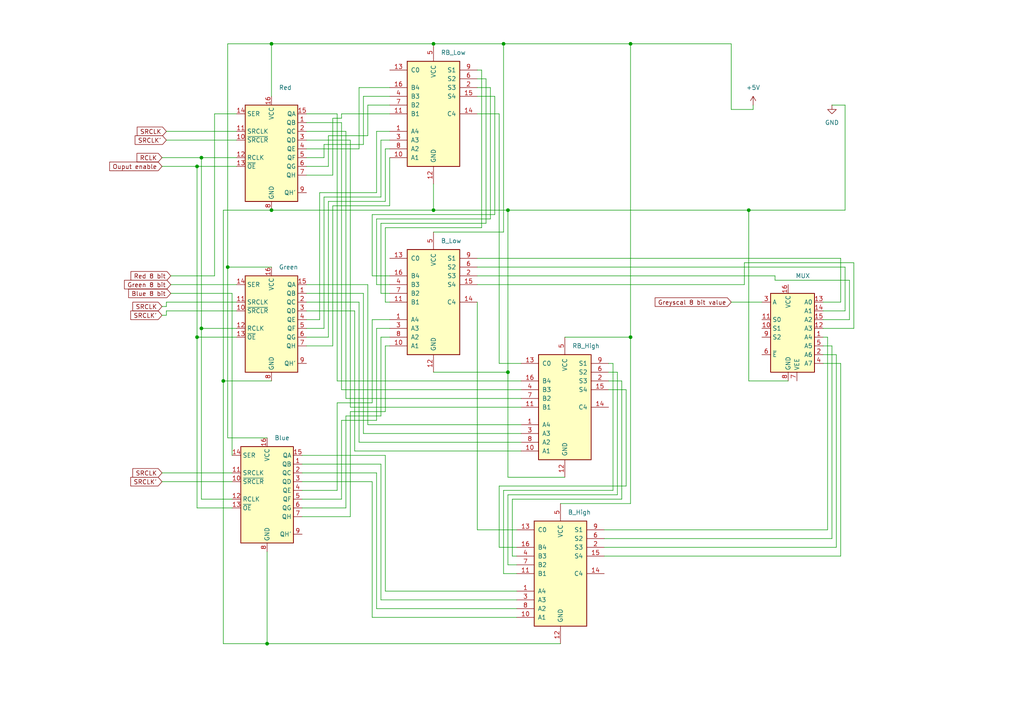
<source format=kicad_sch>
(kicad_sch (version 20250114) (generator "eeschema") (generator_version "9.0")
  (paper "A4")
  (lib_symbols
    (symbol "74xx:74HC4051"
      (property "Reference" "U" (at -5.08 11.43 0))
      (property "Value" "74HC4051" (at -7.62 -13.97 0))
      (symbol "74HC4051_0_1"
        (rectangle (start -5.08 10.16) (end 7.62 -12.7) (stroke (width 0.254)) (fill (type background)))
      )
      (symbol "74HC4051_1_1"
        (pin passive line (at -7.62 7.62 0) (length 2.54) (name "A") (number "3"))
        (pin input line (at -7.62 2.54 0) (length 2.54) (name "S0") (number "11"))
        (pin input line (at -7.62 0 0) (length 2.54) (name "S1") (number "10"))
        (pin input line (at -7.62 -2.54 0) (length 2.54) (name "S2") (number "9"))
        (pin input line (at -7.62 -7.62 0) (length 2.54) (name "~{E}") (number "6"))
        (pin power_in line (at 0 12.7 270) (length 2.54) (name "VCC") (number "16"))
        (pin power_in line (at 0 -15.24 90) (length 2.54) (name "GND") (number "8"))
        (pin power_in line (at 2.54 -15.24 90) (length 2.54) (name "VEE") (number "7"))
        (pin passive line (at 10.16 7.62 180) (length 2.54) (name "A0") (number "13"))
        (pin passive line (at 10.16 5.08 180) (length 2.54) (name "A1") (number "14"))
        (pin passive line (at 10.16 2.54 180) (length 2.54) (name "A2") (number "15"))
        (pin passive line (at 10.16 0 180) (length 2.54) (name "A3") (number "12"))
        (pin passive line (at 10.16 -2.54 180) (length 2.54) (name "A4") (number "1"))
        (pin passive line (at 10.16 -5.08 180) (length 2.54) (name "A5") (number "5"))
        (pin passive line (at 10.16 -7.62 180) (length 2.54) (name "A6") (number "2"))
        (pin passive line (at 10.16 -10.16 180) (length 2.54) (name "A7") (number "4"))
      )
    )
    (symbol "74xx:74HC595"
      (property "Reference" "U" (at -7.62 13.97 0))
      (property "Value" "74HC595" (at -7.62 -16.51 0))
      (symbol "74HC595_1_0"
        (pin input line (at -10.16 10.16 0) (length 2.54) (name "SER") (number "14"))
        (pin input line (at -10.16 5.08 0) (length 2.54) (name "SRCLK") (number "11"))
        (pin input line (at -10.16 2.54 0) (length 2.54) (name "~{SRCLR}") (number "10"))
        (pin input line (at -10.16 -2.54 0) (length 2.54) (name "RCLK") (number "12"))
        (pin input line (at -10.16 -5.08 0) (length 2.54) (name "~{OE}") (number "13"))
        (pin power_in line (at 0 15.24 270) (length 2.54) (name "VCC") (number "16"))
        (pin power_in line (at 0 -17.78 90) (length 2.54) (name "GND") (number "8"))
        (pin tri_state line (at 10.16 10.16 180) (length 2.54) (name "QA") (number "15"))
        (pin tri_state line (at 10.16 7.62 180) (length 2.54) (name "QB") (number "1"))
        (pin tri_state line (at 10.16 5.08 180) (length 2.54) (name "QC") (number "2"))
        (pin tri_state line (at 10.16 2.54 180) (length 2.54) (name "QD") (number "3"))
        (pin tri_state line (at 10.16 0 180) (length 2.54) (name "QE") (number "4"))
        (pin tri_state line (at 10.16 -2.54 180) (length 2.54) (name "QF") (number "5"))
        (pin tri_state line (at 10.16 -5.08 180) (length 2.54) (name "QG") (number "6"))
        (pin tri_state line (at 10.16 -7.62 180) (length 2.54) (name "QH") (number "7"))
        (pin output line (at 10.16 -12.7 180) (length 2.54) (name "QH'") (number "9"))
      )
      (symbol "74HC595_1_1"
        (rectangle (start -7.62 12.7) (end 7.62 -15.24) (stroke (width 0.254)) (fill (type background)))
      )
    )
    (symbol "74xx:74LS83" (pin_names (offset 1.016))
      (property "Reference" "U" (at -7.62 16.51 0))
      (property "Value" "74LS83" (at -7.62 -16.51 0))
      (symbol "74LS83_1_0"
        (pin input line (at -12.7 12.7 0) (length 5.08) (name "C0") (number "13"))
        (pin input line (at -12.7 7.62 0) (length 5.08) (name "B4") (number "16"))
        (pin input line (at -12.7 5.08 0) (length 5.08) (name "B3") (number "4"))
        (pin input line (at -12.7 2.54 0) (length 5.08) (name "B2") (number "7"))
        (pin input line (at -12.7 0 0) (length 5.08) (name "B1") (number "11"))
        (pin input line (at -12.7 -5.08 0) (length 5.08) (name "A4") (number "1"))
        (pin input line (at -12.7 -7.62 0) (length 5.08) (name "A3") (number "3"))
        (pin input line (at -12.7 -10.16 0) (length 5.08) (name "A2") (number "8"))
        (pin input line (at -12.7 -12.7 0) (length 5.08) (name "A1") (number "10"))
        (pin power_in line (at 0 20.32 270) (length 5.08) (name "VCC") (number "5"))
        (pin power_in line (at 0 -20.32 90) (length 5.08) (name "GND") (number "12"))
        (pin output line (at 12.7 12.7 180) (length 5.08) (name "S1") (number "9"))
        (pin output line (at 12.7 10.16 180) (length 5.08) (name "S2") (number "6"))
        (pin output line (at 12.7 7.62 180) (length 5.08) (name "S3") (number "2"))
        (pin output line (at 12.7 5.08 180) (length 5.08) (name "S4") (number "15"))
        (pin output line (at 12.7 0 180) (length 5.08) (name "C4") (number "14"))
      )
      (symbol "74LS83_1_1"
        (rectangle (start -7.62 15.24) (end 7.62 -15.24) (stroke (width 0.254)) (fill (type background)))
      )
    )
    (symbol "power:+5V" (power) (pin_numbers (hide yes)) (pin_names (offset 0) (hide yes))
      (property "Value" "+5V" (at 0 3.556 0))
      (symbol "+5V_0_1"
        (polyline (pts (xy -0.762 1.27) (xy 0 2.54)))
        (polyline (pts (xy 0 2.54) (xy 0.762 1.27)))
        (polyline (pts (xy 0 0) (xy 0 2.54)))
      )
      (symbol "+5V_1_1"
        (pin power_in line (at 0 0 90) (length 0) (name "~") (number "1"))
      )
    )
    (symbol "power:GND" (power) (pin_numbers (hide yes)) (pin_names (offset 0) (hide yes))
      (property "Value" "GND" (at 0 -3.81 0))
      (symbol "GND_0_1"
        (polyline (pts (xy 0 0) (xy 0 -1.27) (xy 1.27 -1.27) (xy 0 -2.54) (xy -1.27 -1.27) (xy 0 -1.27)))
      )
      (symbol "GND_1_1"
        (pin power_in line (at 0 0 270) (length 0) (name "~") (number "1"))
      )
    )
  )
  (junction (at 125.73 60.96))
  (junction (at 78.74 60.96))
  (junction (at 77.47 186.69))
  (junction (at 125.73 12.7))
  (junction (at 147.32 107.95))
  (junction (at 182.88 12.7))
  (junction (at 66.04 77.47))
  (junction (at 58.42 95.25))
  (junction (at 64.77 110.49))
  (junction (at 58.42 45.72))
  (junction (at 57.15 48.26))
  (junction (at 57.15 97.79))
  (junction (at 78.74 12.7))
  (junction (at 147.32 60.96))
  (junction (at 146.05 12.7))
  (junction (at 217.17 60.96))
  (junction (at 182.88 97.79))
  (wire (pts (xy 111.76 119.38) (xy 111.76 100.33)))
  (wire (pts (xy 138.43 27.94) (xy 143.51 27.94)))
  (wire (pts (xy 240.03 97.79) (xy 238.76 97.79)))
  (wire (pts (xy 147.32 163.83) (xy 149.86 163.83)))
  (wire (pts (xy 67.31 147.32) (xy 57.15 147.32)))
  (wire (pts (xy 243.84 74.93) (xy 243.84 87.63)))
  (wire (pts (xy 87.63 134.62) (xy 110.49 134.62)))
  (wire (pts (xy 100.33 38.1) (xy 100.33 115.57)))
  (wire (pts (xy 99.06 33.02) (xy 113.03 33.02)))
  (wire (pts (xy 109.22 63.5) (xy 142.24 63.5)))
  (wire (pts (xy 100.33 115.57) (xy 151.13 115.57)))
  (wire (pts (xy 162.56 146.05) (xy 182.88 146.05)))
  (wire (pts (xy 146.05 12.7) (xy 146.05 67.31)))
  (wire (pts (xy 125.73 60.96) (xy 147.32 60.96)))
  (wire (pts (xy 48.26 90.17) (xy 48.26 91.44)))
  (wire (pts (xy 245.11 60.96) (xy 245.11 30.48)))
  (wire (pts (xy 125.73 67.31) (xy 146.05 67.31)))
  (wire (pts (xy 212.09 31.75) (xy 218.44 31.75)))
  (wire (pts (xy 48.26 87.63) (xy 68.58 87.63)))
  (wire (pts (xy 99.06 35.56) (xy 99.06 113.03)))
  (wire (pts (xy 99.06 113.03) (xy 151.13 113.03)))
  (wire (pts (xy 48.26 90.17) (xy 68.58 90.17)))
  (wire (pts (xy 138.43 25.4) (xy 142.24 25.4)))
  (wire (pts (xy 105.41 125.73) (xy 151.13 125.73)))
  (wire (pts (xy 87.63 137.16) (xy 109.22 137.16)))
  (wire (pts (xy 247.65 76.2) (xy 247.65 95.25)))
  (wire (pts (xy 113.03 87.63) (xy 111.76 87.63)))
  (wire (pts (xy 113.03 45.72) (xy 113.03 59.69)))
  (wire (pts (xy 97.79 110.49) (xy 151.13 110.49)))
  (wire (pts (xy 77.47 186.69) (xy 77.47 160.02)))
  (wire (pts (xy 48.26 91.44) (xy 46.99 91.44)))
  (wire (pts (xy 111.76 43.18) (xy 113.03 43.18)))
  (wire (pts (xy 62.23 33.02) (xy 62.23 80.01)))
  (wire (pts (xy 107.95 139.7) (xy 107.95 179.07)))
  (wire (pts (xy 88.9 50.8) (xy 96.52 50.8)))
  (wire (pts (xy 62.23 33.02) (xy 68.58 33.02)))
  (wire (pts (xy 218.44 31.75) (xy 218.44 30.48)))
  (wire (pts (xy 92.71 55.88) (xy 109.22 55.88)))
  (wire (pts (xy 163.83 97.79) (xy 182.88 97.79)))
  (wire (pts (xy 180.34 110.49) (xy 176.53 110.49)))
  (wire (pts (xy 242.57 102.87) (xy 238.76 102.87)))
  (wire (pts (xy 88.9 87.63) (xy 104.14 87.63)))
  (wire (pts (xy 87.63 142.24) (xy 97.79 142.24)))
  (wire (pts (xy 48.26 87.63) (xy 48.26 88.9)))
  (wire (pts (xy 88.9 95.25) (xy 93.98 95.25)))
  (wire (pts (xy 97.79 116.84) (xy 97.79 142.24)))
  (wire (pts (xy 99.06 121.92) (xy 109.22 121.92)))
  (wire (pts (xy 96.52 50.8) (xy 96.52 34.29)))
  (wire (pts (xy 242.57 158.75) (xy 242.57 102.87)))
  (wire (pts (xy 109.22 95.25) (xy 113.03 95.25)))
  (wire (pts (xy 148.59 144.78) (xy 180.34 144.78)))
  (wire (pts (xy 109.22 137.16) (xy 109.22 176.53)))
  (wire (pts (xy 140.97 64.77) (xy 140.97 22.86)))
  (wire (pts (xy 138.43 33.02) (xy 144.78 33.02)))
  (wire (pts (xy 95.25 39.37) (xy 95.25 48.26)))
  (wire (pts (xy 105.41 27.94) (xy 113.03 27.94)))
  (wire (pts (xy 179.07 107.95) (xy 179.07 143.51)))
  (wire (pts (xy 228.6 110.49) (xy 217.17 110.49)))
  (wire (pts (xy 182.88 12.7) (xy 212.09 12.7)))
  (wire (pts (xy 78.74 12.7) (xy 125.73 12.7)))
  (wire (pts (xy 88.9 45.72) (xy 93.98 45.72)))
  (wire (pts (xy 142.24 63.5) (xy 142.24 25.4)))
  (wire (pts (xy 46.99 45.72) (xy 58.42 45.72)))
  (wire (pts (xy 107.95 62.23) (xy 107.95 80.01)))
  (wire (pts (xy 109.22 55.88) (xy 109.22 38.1)))
  (wire (pts (xy 149.86 171.45) (xy 111.76 171.45)))
  (wire (pts (xy 146.05 12.7) (xy 182.88 12.7)))
  (wire (pts (xy 182.88 97.79) (xy 182.88 146.05)))
  (wire (pts (xy 92.71 92.71) (xy 92.71 55.88)))
  (wire (pts (xy 110.49 64.77) (xy 140.97 64.77)))
  (wire (pts (xy 149.86 176.53) (xy 109.22 176.53)))
  (wire (pts (xy 78.74 60.96) (xy 125.73 60.96)))
  (wire (pts (xy 88.9 82.55) (xy 106.68 82.55)))
  (wire (pts (xy 107.95 80.01) (xy 113.03 80.01)))
  (wire (pts (xy 138.43 77.47) (xy 245.11 77.47)))
  (wire (pts (xy 104.14 25.4) (xy 113.03 25.4)))
  (wire (pts (xy 143.51 62.23) (xy 107.95 62.23)))
  (wire (pts (xy 46.99 139.7) (xy 67.31 139.7)))
  (wire (pts (xy 181.61 140.97) (xy 181.61 113.03)))
  (wire (pts (xy 66.04 77.47) (xy 66.04 12.7)))
  (wire (pts (xy 246.38 92.71) (xy 238.76 92.71)))
  (wire (pts (xy 77.47 186.69) (xy 64.77 186.69)))
  (wire (pts (xy 78.74 77.47) (xy 66.04 77.47)))
  (wire (pts (xy 146.05 142.24) (xy 146.05 166.37)))
  (wire (pts (xy 100.33 120.65) (xy 110.49 120.65)))
  (wire (pts (xy 110.49 120.65) (xy 110.49 97.79)))
  (wire (pts (xy 87.63 149.86) (xy 101.6 149.86)))
  (wire (pts (xy 88.9 38.1) (xy 100.33 38.1)))
  (wire (pts (xy 175.26 161.29) (xy 243.84 161.29)))
  (wire (pts (xy 88.9 33.02) (xy 97.79 33.02)))
  (wire (pts (xy 175.26 156.21) (xy 241.3 156.21)))
  (wire (pts (xy 111.76 58.42) (xy 111.76 43.18)))
  (wire (pts (xy 245.11 77.47) (xy 245.11 90.17)))
  (wire (pts (xy 241.3 100.33) (xy 238.76 100.33)))
  (wire (pts (xy 106.68 123.19) (xy 151.13 123.19)))
  (wire (pts (xy 212.09 87.63) (xy 220.98 87.63)))
  (wire (pts (xy 93.98 95.25) (xy 93.98 57.15)))
  (wire (pts (xy 109.22 121.92) (xy 109.22 95.25)))
  (wire (pts (xy 67.31 85.09) (xy 67.31 132.08)))
  (wire (pts (xy 111.76 132.08) (xy 111.76 171.45)))
  (wire (pts (xy 88.9 48.26) (xy 95.25 48.26)))
  (wire (pts (xy 147.32 60.96) (xy 217.17 60.96)))
  (wire (pts (xy 149.86 161.29) (xy 148.59 161.29)))
  (wire (pts (xy 125.73 107.95) (xy 147.32 107.95)))
  (wire (pts (xy 87.63 139.7) (xy 107.95 139.7)))
  (wire (pts (xy 217.17 60.96) (xy 245.11 60.96)))
  (wire (pts (xy 104.14 25.4) (xy 104.14 43.18)))
  (wire (pts (xy 246.38 81.28) (xy 246.38 92.71)))
  (wire (pts (xy 138.43 87.63) (xy 138.43 153.67)))
  (wire (pts (xy 107.95 92.71) (xy 113.03 92.71)))
  (wire (pts (xy 224.79 81.28) (xy 246.38 81.28)))
  (wire (pts (xy 147.32 107.95) (xy 147.32 138.43)))
  (wire (pts (xy 58.42 95.25) (xy 68.58 95.25)))
  (wire (pts (xy 58.42 144.78) (xy 67.31 144.78)))
  (wire (pts (xy 66.04 127) (xy 66.04 77.47)))
  (wire (pts (xy 104.14 87.63) (xy 104.14 128.27)))
  (wire (pts (xy 106.68 39.37) (xy 95.25 39.37)))
  (wire (pts (xy 125.73 12.7) (xy 146.05 12.7)))
  (wire (pts (xy 148.59 161.29) (xy 148.59 144.78)))
  (wire (pts (xy 88.9 43.18) (xy 104.14 43.18)))
  (wire (pts (xy 109.22 38.1) (xy 113.03 38.1)))
  (wire (pts (xy 97.79 116.84) (xy 107.95 116.84)))
  (wire (pts (xy 87.63 147.32) (xy 100.33 147.32)))
  (wire (pts (xy 109.22 82.55) (xy 109.22 63.5)))
  (wire (pts (xy 245.11 30.48) (xy 241.3 30.48)))
  (wire (pts (xy 46.99 48.26) (xy 57.15 48.26)))
  (wire (pts (xy 58.42 95.25) (xy 58.42 144.78)))
  (wire (pts (xy 243.84 105.41) (xy 238.76 105.41)))
  (wire (pts (xy 110.49 173.99) (xy 149.86 173.99)))
  (wire (pts (xy 46.99 88.9) (xy 48.26 88.9)))
  (wire (pts (xy 110.49 134.62) (xy 110.49 173.99)))
  (wire (pts (xy 175.26 158.75) (xy 242.57 158.75)))
  (wire (pts (xy 163.83 138.43) (xy 147.32 138.43)))
  (wire (pts (xy 240.03 153.67) (xy 240.03 97.79)))
  (wire (pts (xy 110.49 97.79) (xy 113.03 97.79)))
  (wire (pts (xy 78.74 27.94) (xy 78.74 12.7)))
  (wire (pts (xy 111.76 100.33) (xy 113.03 100.33)))
  (wire (pts (xy 97.79 33.02) (xy 97.79 110.49)))
  (wire (pts (xy 57.15 97.79) (xy 68.58 97.79)))
  (wire (pts (xy 78.74 110.49) (xy 64.77 110.49)))
  (wire (pts (xy 99.06 34.29) (xy 99.06 33.02)))
  (wire (pts (xy 143.51 27.94) (xy 143.51 62.23)))
  (wire (pts (xy 111.76 66.04) (xy 139.7 66.04)))
  (wire (pts (xy 243.84 161.29) (xy 243.84 105.41)))
  (wire (pts (xy 247.65 95.25) (xy 238.76 95.25)))
  (wire (pts (xy 48.26 40.64) (xy 68.58 40.64)))
  (wire (pts (xy 110.49 57.15) (xy 110.49 40.64)))
  (wire (pts (xy 49.53 82.55) (xy 68.58 82.55)))
  (wire (pts (xy 106.68 30.48) (xy 106.68 39.37)))
  (wire (pts (xy 144.78 140.97) (xy 181.61 140.97)))
  (wire (pts (xy 139.7 20.32) (xy 138.43 20.32)))
  (wire (pts (xy 102.87 90.17) (xy 102.87 130.81)))
  (wire (pts (xy 138.43 82.55) (xy 215.9 82.55)))
  (wire (pts (xy 224.79 80.01) (xy 224.79 81.28)))
  (wire (pts (xy 215.9 76.2) (xy 247.65 76.2)))
  (wire (pts (xy 99.06 144.78) (xy 99.06 121.92)))
  (wire (pts (xy 88.9 92.71) (xy 92.71 92.71)))
  (wire (pts (xy 66.04 12.7) (xy 78.74 12.7)))
  (wire (pts (xy 88.9 40.64) (xy 101.6 40.64)))
  (wire (pts (xy 101.6 40.64) (xy 101.6 118.11)))
  (wire (pts (xy 147.32 143.51) (xy 147.32 163.83)))
  (wire (pts (xy 147.32 60.96) (xy 147.32 107.95)))
  (wire (pts (xy 138.43 80.01) (xy 224.79 80.01)))
  (wire (pts (xy 101.6 118.11) (xy 151.13 118.11)))
  (wire (pts (xy 64.77 60.96) (xy 64.77 110.49)))
  (wire (pts (xy 95.25 58.42) (xy 111.76 58.42)))
  (wire (pts (xy 111.76 87.63) (xy 111.76 66.04)))
  (wire (pts (xy 182.88 12.7) (xy 182.88 97.79)))
  (wire (pts (xy 162.56 186.69) (xy 77.47 186.69)))
  (wire (pts (xy 176.53 105.41) (xy 177.8 105.41)))
  (wire (pts (xy 57.15 147.32) (xy 57.15 97.79)))
  (wire (pts (xy 149.86 158.75) (xy 144.78 158.75)))
  (wire (pts (xy 138.43 74.93) (xy 243.84 74.93)))
  (wire (pts (xy 180.34 144.78) (xy 180.34 110.49)))
  (wire (pts (xy 125.73 60.96) (xy 125.73 53.34)))
  (wire (pts (xy 146.05 166.37) (xy 149.86 166.37)))
  (wire (pts (xy 176.53 107.95) (xy 179.07 107.95)))
  (wire (pts (xy 105.41 27.94) (xy 105.41 41.91)))
  (wire (pts (xy 176.53 113.03) (xy 181.61 113.03)))
  (wire (pts (xy 217.17 110.49) (xy 217.17 60.96)))
  (wire (pts (xy 62.23 80.01) (xy 49.53 80.01)))
  (wire (pts (xy 96.52 59.69) (xy 113.03 59.69)))
  (wire (pts (xy 46.99 137.16) (xy 67.31 137.16)))
  (wire (pts (xy 177.8 105.41) (xy 177.8 142.24)))
  (wire (pts (xy 107.95 116.84) (xy 107.95 92.71)))
  (wire (pts (xy 113.03 82.55) (xy 109.22 82.55)))
  (wire (pts (xy 64.77 60.96) (xy 78.74 60.96)))
  (wire (pts (xy 245.11 90.17) (xy 238.76 90.17)))
  (wire (pts (xy 93.98 57.15) (xy 110.49 57.15)))
  (wire (pts (xy 57.15 48.26) (xy 57.15 97.79)))
  (wire (pts (xy 177.8 142.24) (xy 146.05 142.24)))
  (wire (pts (xy 88.9 100.33) (xy 96.52 100.33)))
  (wire (pts (xy 144.78 158.75) (xy 144.78 140.97)))
  (wire (pts (xy 144.78 33.02) (xy 144.78 105.41)))
  (wire (pts (xy 93.98 41.91) (xy 93.98 45.72)))
  (wire (pts (xy 243.84 87.63) (xy 238.76 87.63)))
  (wire (pts (xy 139.7 66.04) (xy 139.7 20.32)))
  (wire (pts (xy 101.6 149.86) (xy 101.6 119.38)))
  (wire (pts (xy 102.87 130.81) (xy 151.13 130.81)))
  (wire (pts (xy 48.26 38.1) (xy 68.58 38.1)))
  (wire (pts (xy 104.14 128.27) (xy 151.13 128.27)))
  (wire (pts (xy 179.07 143.51) (xy 147.32 143.51)))
  (wire (pts (xy 215.9 82.55) (xy 215.9 76.2)))
  (wire (pts (xy 144.78 105.41) (xy 151.13 105.41)))
  (wire (pts (xy 88.9 35.56) (xy 99.06 35.56)))
  (wire (pts (xy 106.68 30.48) (xy 113.03 30.48)))
  (wire (pts (xy 88.9 97.79) (xy 95.25 97.79)))
  (wire (pts (xy 105.41 41.91) (xy 93.98 41.91)))
  (wire (pts (xy 113.03 85.09) (xy 110.49 85.09)))
  (wire (pts (xy 212.09 12.7) (xy 212.09 31.75)))
  (wire (pts (xy 110.49 85.09) (xy 110.49 64.77)))
  (wire (pts (xy 58.42 45.72) (xy 68.58 45.72)))
  (wire (pts (xy 107.95 179.07) (xy 149.86 179.07)))
  (wire (pts (xy 106.68 82.55) (xy 106.68 123.19)))
  (wire (pts (xy 95.25 97.79) (xy 95.25 58.42)))
  (wire (pts (xy 49.53 85.09) (xy 67.31 85.09)))
  (wire (pts (xy 110.49 40.64) (xy 113.03 40.64)))
  (wire (pts (xy 101.6 119.38) (xy 111.76 119.38)))
  (wire (pts (xy 138.43 153.67) (xy 149.86 153.67)))
  (wire (pts (xy 100.33 147.32) (xy 100.33 120.65)))
  (wire (pts (xy 175.26 153.67) (xy 240.03 153.67)))
  (wire (pts (xy 96.52 34.29) (xy 99.06 34.29)))
  (wire (pts (xy 64.77 110.49) (xy 64.77 186.69)))
  (wire (pts (xy 77.47 127) (xy 66.04 127)))
  (wire (pts (xy 58.42 45.72) (xy 58.42 95.25)))
  (wire (pts (xy 87.63 144.78) (xy 99.06 144.78)))
  (wire (pts (xy 57.15 48.26) (xy 68.58 48.26)))
  (wire (pts (xy 138.43 22.86) (xy 140.97 22.86)))
  (wire (pts (xy 96.52 100.33) (xy 96.52 59.69)))
  (wire (pts (xy 88.9 85.09) (xy 105.41 85.09)))
  (wire (pts (xy 241.3 100.33) (xy 241.3 156.21)))
  (wire (pts (xy 88.9 90.17) (xy 102.87 90.17)))
  (wire (pts (xy 105.41 85.09) (xy 105.41 125.73)))
  (wire (pts (xy 87.63 132.08) (xy 111.76 132.08)))
  (global_label "SRCLK'" (shape input) (at 46.99 91.44 180) (property "Intersheetrefs" "${INTERSHEET_REFS}" (effects (hide yes))))
  (global_label "SRCLK" (shape input) (at 46.99 137.16 180) (property "Intersheetrefs" "${INTERSHEET_REFS}" (effects (hide yes))))
  (global_label "SRCLK'" (shape input) (at 46.99 139.7 180) (property "Intersheetrefs" "${INTERSHEET_REFS}" (effects (hide yes))))
  (global_label "RCLK" (shape input) (at 46.99 45.72 180) (property "Intersheetrefs" "${INTERSHEET_REFS}" (effects (hide yes))))
  (global_label "SRCLK" (shape input) (at 48.26 38.1 180) (property "Intersheetrefs" "${INTERSHEET_REFS}" (effects (hide yes))))
  (global_label "SRCLK" (shape input) (at 46.99 88.9 180) (property "Intersheetrefs" "${INTERSHEET_REFS}" (effects (hide yes))))
  (global_label "Red 8 bit" (shape input) (at 49.53 80.01 180) (property "Intersheetrefs" "${INTERSHEET_REFS}" (effects (hide yes))))
  (global_label "Ouput enable" (shape input) (at 46.99 48.26 180) (property "Intersheetrefs" "${INTERSHEET_REFS}" (effects (hide yes))))
  (global_label "Greyscal 8 bit value" (shape input) (at 212.09 87.63 180) (property "Intersheetrefs" "${INTERSHEET_REFS}" (effects (hide yes))))
  (global_label "Blue 8 bit" (shape input) (at 49.53 85.09 180) (property "Intersheetrefs" "${INTERSHEET_REFS}" (effects (hide yes))))
  (global_label "SRCLK'" (shape input) (at 48.26 40.64 180) (property "Intersheetrefs" "${INTERSHEET_REFS}" (effects (hide yes))))
  (global_label "Green 8 bit" (shape input) (at 49.53 82.55 180) (property "Intersheetrefs" "${INTERSHEET_REFS}" (effects (hide yes))))
  (symbol (lib_id "74xx:74LS83") (at 125.73 33.02 0) (unit 1)
    (property "Reference" "RB_Low" (at 127.8733 15.24 0) (effects (justify left)))
    (property "Value" "74LS83" (effects (hide yes)))
    (property "Datasheet" "http://www.ti.com/lit/gpn/sn74LS83" (effects (hide yes)))
    (property "Description" "4-bit Full Adder" (effects (hide yes)))
  )
  (symbol (lib_id "74xx:74HC4051") (at 228.6 95.25 0) (unit 1)
    (property "Reference" "MUX" (at 230.7433 80.01 0) (effects (justify left)))
    (property "Value" "74HC4051" (effects (hide yes)))
    (property "Datasheet" "http://www.ti.com/lit/ds/symlink/cd74hc4051.pdf" (effects (hide yes)))
    (property "Description" "8-channel analog multiplexer/demultiplexer, DIP-16/SOIC-16/TSSOP-16" (effects (hide yes)))
  )
  (symbol (lib_id "power:+5V") (at 218.44 30.48 0) (unit 1)
    (property "Reference" "#PWR01" (effects (hide yes)))
    (property "Value" "+5V" (at 218.44 25.4 0))
    (property "Description" "Power symbol creates a global label with name \"+5V\"" (effects (hide yes)))
  )
  (symbol (lib_id "74xx:74LS83") (at 125.73 87.63 0) (unit 1)
    (property "Reference" "B_Low" (at 127.8733 69.85 0) (effects (justify left)))
    (property "Value" "74LS83" (effects (hide yes)))
    (property "Datasheet" "http://www.ti.com/lit/gpn/sn74LS83" (effects (hide yes)))
    (property "Description" "4-bit Full Adder" (effects (hide yes)))
  )
  (symbol (lib_id "74xx:74HC595") (at 78.74 43.18 0) (unit 1)
    (property "Reference" "Red" (at 80.8833 25.4 0) (effects (justify left)))
    (property "Value" "74HC595" (effects (hide yes)))
    (property "Datasheet" "http://www.ti.com/lit/ds/symlink/sn74hc595.pdf" (effects (hide yes)))
    (property "Description" "8-bit serial in/out Shift Register 3-State Outputs" (effects (hide yes)))
  )
  (symbol (lib_id "74xx:74HC595") (at 78.74 92.71 0) (unit 1)
    (property "Reference" "Green" (at 80.8833 77.47 0) (effects (justify left)))
    (property "Value" "74HC595" (effects (hide yes)))
    (property "Datasheet" "http://www.ti.com/lit/ds/symlink/sn74hc595.pdf" (effects (hide yes)))
    (property "Description" "8-bit serial in/out Shift Register 3-State Outputs" (effects (hide yes)))
  )
  (symbol (lib_id "power:GND") (at 241.3 30.48 0) (unit 1)
    (property "Reference" "#PWR02" (effects (hide yes)))
    (property "Value" "GND" (at 241.3 35.56 0))
    (property "Description" "Power symbol creates a global label with name \"GND\" , ground" (effects (hide yes)))
  )
  (symbol (lib_id "74xx:74HC595") (at 77.47 142.24 0) (unit 1)
    (property "Reference" "Blue" (at 79.6133 127 0) (effects (justify left)))
    (property "Value" "74HC595" (effects (hide yes)))
    (property "Datasheet" "http://www.ti.com/lit/ds/symlink/sn74hc595.pdf" (effects (hide yes)))
    (property "Description" "8-bit serial in/out Shift Register 3-State Outputs" (effects (hide yes)))
  )
  (symbol (lib_id "74xx:74LS83") (at 162.56 166.37 0) (unit 1)
    (property "Reference" "B_High" (at 164.7033 148.59 0) (effects (justify left)))
    (property "Value" "74LS83" (effects (hide yes)))
    (property "Datasheet" "http://www.ti.com/lit/gpn/sn74LS83" (effects (hide yes)))
    (property "Description" "4-bit Full Adder" (effects (hide yes)))
  )
  (symbol (lib_id "74xx:74LS83") (at 163.83 118.11 0) (unit 1)
    (property "Reference" "RB_High" (at 165.9733 100.33 0) (effects (justify left)))
    (property "Value" "74LS83" (effects (hide yes)))
    (property "Datasheet" "http://www.ti.com/lit/gpn/sn74LS83" (effects (hide yes)))
    (property "Description" "4-bit Full Adder" (effects (hide yes)))
  )
)
</source>
